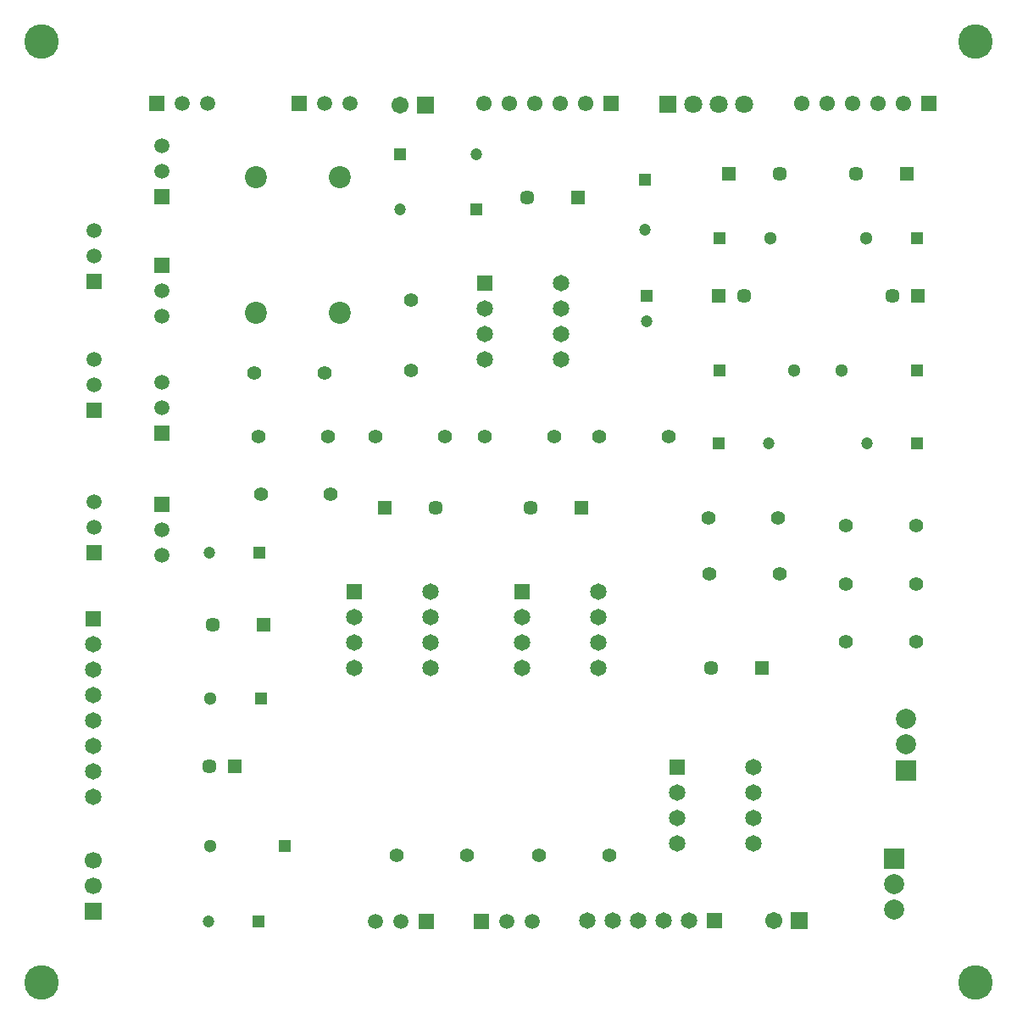
<source format=gbs>
G04*
G04 #@! TF.GenerationSoftware,Altium Limited,Altium Designer,22.4.2 (48)*
G04*
G04 Layer_Color=16711935*
%FSLAX25Y25*%
%MOIN*%
G70*
G04*
G04 #@! TF.SameCoordinates,BAC31E3D-66FD-4EC8-AF34-655C25E5E96E*
G04*
G04*
G04 #@! TF.FilePolarity,Negative*
G04*
G01*
G75*
%ADD15C,0.06693*%
%ADD16R,0.06693X0.06693*%
%ADD17R,0.06496X0.06496*%
%ADD18C,0.06496*%
%ADD19R,0.06496X0.06496*%
%ADD20C,0.08661*%
%ADD21C,0.13583*%
%ADD22R,0.05709X0.05709*%
%ADD23C,0.05709*%
%ADD24C,0.04724*%
%ADD25R,0.04724X0.04724*%
%ADD26C,0.05984*%
%ADD27R,0.05984X0.05984*%
%ADD28R,0.05984X0.05984*%
%ADD29C,0.05118*%
%ADD30R,0.05118X0.05118*%
%ADD31R,0.06732X0.06732*%
%ADD32C,0.06732*%
%ADD33R,0.06095X0.06095*%
%ADD34C,0.06095*%
%ADD35R,0.07087X0.07087*%
%ADD36C,0.07087*%
%ADD37C,0.05543*%
%ADD38R,0.04724X0.04724*%
%ADD39C,0.07874*%
%ADD40R,0.07874X0.07874*%
D15*
X343000Y158000D02*
D03*
Y148000D02*
D03*
D16*
Y138000D02*
D03*
D17*
X587171Y134301D02*
D03*
X445500Y263500D02*
D03*
X511500D02*
D03*
X497000Y385000D02*
D03*
X572500Y194500D02*
D03*
D18*
X577171Y134301D02*
D03*
X567171D02*
D03*
X557171D02*
D03*
X547171D02*
D03*
X537171D02*
D03*
X343000Y243000D02*
D03*
Y233000D02*
D03*
Y223000D02*
D03*
Y213000D02*
D03*
Y203000D02*
D03*
Y193000D02*
D03*
Y183000D02*
D03*
X445500Y253500D02*
D03*
Y243500D02*
D03*
Y233500D02*
D03*
X475500Y263500D02*
D03*
Y253500D02*
D03*
Y243500D02*
D03*
Y233500D02*
D03*
X511500Y253500D02*
D03*
Y243500D02*
D03*
Y233500D02*
D03*
X541500Y263500D02*
D03*
Y253500D02*
D03*
Y243500D02*
D03*
Y233500D02*
D03*
X497000Y375000D02*
D03*
Y365000D02*
D03*
Y355000D02*
D03*
X527000Y385000D02*
D03*
Y375000D02*
D03*
Y365000D02*
D03*
Y355000D02*
D03*
X572500Y184500D02*
D03*
Y174500D02*
D03*
Y164500D02*
D03*
X602500Y194500D02*
D03*
Y184500D02*
D03*
Y174500D02*
D03*
Y164500D02*
D03*
D19*
X343000Y253000D02*
D03*
D20*
X407000Y426555D02*
D03*
Y373445D02*
D03*
X440000Y426555D02*
D03*
Y373445D02*
D03*
D21*
X322500Y110000D02*
D03*
X690000D02*
D03*
Y480000D02*
D03*
X322500D02*
D03*
D22*
X398559Y195000D02*
D03*
X667059Y380000D02*
D03*
X588756D02*
D03*
X662815Y428000D02*
D03*
X593000D02*
D03*
X533500Y418500D02*
D03*
X535000Y296500D02*
D03*
X457500D02*
D03*
X409996Y250500D02*
D03*
X606000Y233500D02*
D03*
D23*
X388559Y195000D02*
D03*
X657059Y380000D02*
D03*
X598756D02*
D03*
X642815Y428000D02*
D03*
X613000D02*
D03*
X513500Y418500D02*
D03*
X515000Y296500D02*
D03*
X477500D02*
D03*
X389996Y250500D02*
D03*
X586000Y233500D02*
D03*
D24*
X388157Y134000D02*
D03*
X493512Y435500D02*
D03*
X608539Y322000D02*
D03*
X647276D02*
D03*
X388657Y279000D02*
D03*
X463488Y414000D02*
D03*
X560500Y370000D02*
D03*
X560000Y405815D02*
D03*
D25*
X407843Y134000D02*
D03*
X463488Y435500D02*
D03*
X588854Y322000D02*
D03*
X666961D02*
D03*
X408343Y279000D02*
D03*
X493512Y414000D02*
D03*
D26*
X370000Y439000D02*
D03*
Y429000D02*
D03*
X388000Y455500D02*
D03*
X378000D02*
D03*
X444000D02*
D03*
X434000D02*
D03*
X370000Y346000D02*
D03*
Y336000D02*
D03*
X343287Y355000D02*
D03*
Y345000D02*
D03*
X370000Y372000D02*
D03*
Y382000D02*
D03*
Y278000D02*
D03*
Y288000D02*
D03*
X343287Y405500D02*
D03*
Y395500D02*
D03*
Y299000D02*
D03*
Y289000D02*
D03*
X515500Y133972D02*
D03*
X505500D02*
D03*
X454000D02*
D03*
X464000D02*
D03*
D27*
X370000Y419000D02*
D03*
Y326000D02*
D03*
X343287Y335000D02*
D03*
X370000Y392000D02*
D03*
Y298000D02*
D03*
X343287Y385500D02*
D03*
Y279000D02*
D03*
D28*
X368000Y455500D02*
D03*
X424000D02*
D03*
X495500Y133972D02*
D03*
X474000D02*
D03*
D29*
X618579Y350500D02*
D03*
X609051Y402500D02*
D03*
X646764D02*
D03*
X637236Y350500D02*
D03*
X388854Y221500D02*
D03*
X388736Y163500D02*
D03*
D30*
X589051Y350500D02*
D03*
Y402500D02*
D03*
X666764D02*
D03*
Y350500D02*
D03*
X408854Y221500D02*
D03*
X418264Y163500D02*
D03*
D31*
X473500Y455098D02*
D03*
X620500Y134374D02*
D03*
D32*
X463500Y455098D02*
D03*
X610500Y134374D02*
D03*
D33*
X546500Y455500D02*
D03*
X671500D02*
D03*
D34*
X536500D02*
D03*
X526500D02*
D03*
X516500D02*
D03*
X506500D02*
D03*
X496500D02*
D03*
X661500D02*
D03*
X651500D02*
D03*
X641500D02*
D03*
X631500D02*
D03*
X621500D02*
D03*
D35*
X569000Y455374D02*
D03*
D36*
X579000D02*
D03*
X589000D02*
D03*
X599000D02*
D03*
D37*
X638988Y244000D02*
D03*
X666547D02*
D03*
X638988Y266500D02*
D03*
X666547D02*
D03*
Y289500D02*
D03*
X638988D02*
D03*
X453720Y324500D02*
D03*
X481280D02*
D03*
X585220Y270500D02*
D03*
X612780D02*
D03*
X569280Y324500D02*
D03*
X541720D02*
D03*
X612280Y292500D02*
D03*
X584720D02*
D03*
X468000Y378280D02*
D03*
Y350720D02*
D03*
X524280Y324500D02*
D03*
X496720D02*
D03*
X433780Y349500D02*
D03*
X406220D02*
D03*
X435280Y324500D02*
D03*
X407720D02*
D03*
X408720Y302000D02*
D03*
X436280D02*
D03*
X545780Y160000D02*
D03*
X518220D02*
D03*
X489780D02*
D03*
X462220D02*
D03*
D38*
X560500Y380000D02*
D03*
X560000Y425500D02*
D03*
D39*
X657876Y138461D02*
D03*
Y148500D02*
D03*
X662659Y213500D02*
D03*
Y203461D02*
D03*
D40*
X657876Y158539D02*
D03*
X662659Y193421D02*
D03*
M02*

</source>
